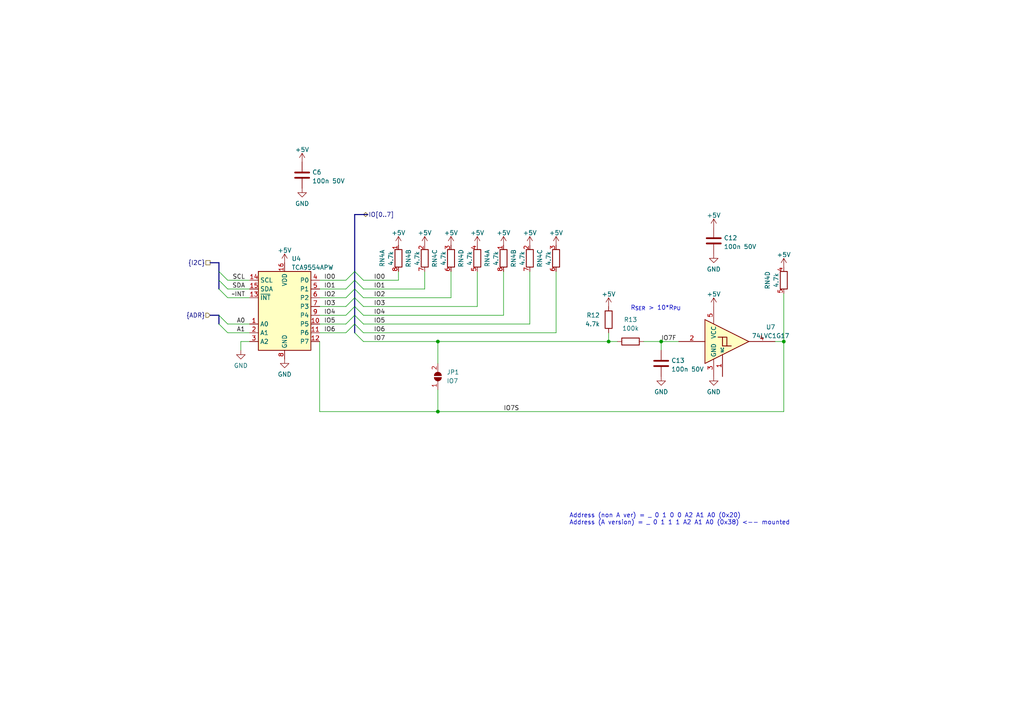
<source format=kicad_sch>
(kicad_sch (version 20231120) (generator "eeschema") (generator_version "8.0")
  (paper "A4")
  (lib_symbols
    (symbol "74xGxx:74LVC1G17"
      (property "Reference" "U" (at 2.54 7.62 0))
      (property "Value" "74LVC1G17" (at 5.08 -7.62 0))
      (symbol "74LVC1G17_0_1"
        (polyline (pts (xy -2.54 1.27) (xy -1.27 1.27) (xy -1.27 -1.27)) (stroke (width 0.254)) (fill (type background)))
        (polyline (pts (xy -7.62 6.35) (xy -7.62 -6.35) (xy 5.08 0) (xy -7.62 6.35)) (stroke (width 0.254)) (fill (type background)))
        (polyline (pts (xy -3.81 1.27) (xy -2.54 1.27) (xy -2.54 -1.27) (xy 0 -1.27)) (stroke (width 0.254)) (fill (type background)))
      )
      (symbol "74LVC1G17_1_1"
        (pin free line (at -2.54 -10.16 90) (length 6.35) (name "NC") (number "1"))
        (pin input line (at -15.24 0 0) (length 7.62) (name "~") (number "2"))
        (pin power_in line (at -5.08 -10.16 90) (length 5.08) (name "GND") (number "3"))
        (pin output line (at 12.7 0 180) (length 7.62) (name "~") (number "4"))
        (pin power_in line (at -5.08 10.16 270) (length 5.08) (name "VCC") (number "5"))
      )
    )
    (symbol "Device:C" (pin_numbers hide) (pin_names (offset 0.254))
      (property "Reference" "C" (at 0.635 2.54 0))
      (property "Value" "C" (at 0.635 -2.54 0))
      (symbol "C_0_1"
        (polyline (pts (xy -2.032 -0.762) (xy 2.032 -0.762)) (stroke (width 0.508)))
        (polyline (pts (xy -2.032 0.762) (xy 2.032 0.762)) (stroke (width 0.508)))
      )
      (symbol "C_1_1"
        (pin passive line (at 0 3.81 270) (length 2.794) (name "~") (number "1"))
        (pin passive line (at 0 -3.81 90) (length 2.794) (name "~") (number "2"))
      )
    )
    (symbol "Device:R" (pin_numbers hide) (pin_names (offset 0))
      (property "Reference" "R" (at 2.032 0 90))
      (property "Value" "R" (at 0 0 90))
      (symbol "R_0_1"
        (rectangle (start -1.016 -2.54) (end 1.016 2.54) (stroke (width 0.254)))
      )
      (symbol "R_1_1"
        (pin passive line (at 0 3.81 270) (length 1.27) (name "~") (number "1"))
        (pin passive line (at 0 -3.81 90) (length 1.27) (name "~") (number "2"))
      )
    )
    (symbol "Device:R_Pack04_Split" (pin_names (offset 0) hide)
      (property "Reference" "RN" (at 2.032 0 90))
      (property "Value" "R_Pack04_Split" (at 0 0 90))
      (symbol "R_Pack04_Split_0_1"
        (rectangle (start 1.016 2.54) (end -1.016 -2.54) (stroke (width 0.254)))
      )
      (symbol "R_Pack04_Split_1_1"
        (pin passive line (at 0 -3.81 90) (length 1.27) (name "R1.1") (number "1"))
        (pin passive line (at 0 3.81 270) (length 1.27) (name "R1.2") (number "8"))
      )
      (symbol "R_Pack04_Split_2_1"
        (pin passive line (at 0 -3.81 90) (length 1.27) (name "R2.1") (number "2"))
        (pin passive line (at 0 3.81 270) (length 1.27) (name "R2.2") (number "7"))
      )
      (symbol "R_Pack04_Split_3_1"
        (pin passive line (at 0 -3.81 90) (length 1.27) (name "R3.1") (number "3"))
        (pin passive line (at 0 3.81 270) (length 1.27) (name "R3.2") (number "6"))
      )
      (symbol "R_Pack04_Split_4_1"
        (pin passive line (at 0 -3.81 90) (length 1.27) (name "R4.1") (number "4"))
        (pin passive line (at 0 3.81 270) (length 1.27) (name "R4.2") (number "5"))
      )
    )
    (symbol "Interface_Expansion:TCA9554PW"
      (property "Reference" "U" (at -7.62 11.43 0))
      (property "Value" "TCA9554PW" (at 2.54 11.43 0))
      (symbol "TCA9554PW_0_1"
        (rectangle (start -7.62 -12.7) (end 7.62 10.16) (stroke (width 0.254)) (fill (type background)))
      )
      (symbol "TCA9554PW_1_1"
        (pin input line (at -10.16 -5.08 0) (length 2.54) (name "A0") (number "1"))
        (pin bidirectional line (at 10.16 -5.08 180) (length 2.54) (name "P5") (number "10"))
        (pin bidirectional line (at 10.16 -7.62 180) (length 2.54) (name "P6") (number "11"))
        (pin bidirectional line (at 10.16 -10.16 180) (length 2.54) (name "P7") (number "12"))
        (pin open_collector line (at -10.16 2.54 0) (length 2.54) (name "~{INT}") (number "13"))
        (pin input line (at -10.16 7.62 0) (length 2.54) (name "SCL") (number "14"))
        (pin bidirectional line (at -10.16 5.08 0) (length 2.54) (name "SDA") (number "15"))
        (pin power_in line (at 0 12.7 270) (length 2.54) (name "VDD") (number "16"))
        (pin input line (at -10.16 -7.62 0) (length 2.54) (name "A1") (number "2"))
        (pin input line (at -10.16 -10.16 0) (length 2.54) (name "A2") (number "3"))
        (pin bidirectional line (at 10.16 7.62 180) (length 2.54) (name "P0") (number "4"))
        (pin bidirectional line (at 10.16 5.08 180) (length 2.54) (name "P1") (number "5"))
        (pin bidirectional line (at 10.16 2.54 180) (length 2.54) (name "P2") (number "6"))
        (pin bidirectional line (at 10.16 0 180) (length 2.54) (name "P3") (number "7"))
        (pin power_in line (at 0 -15.24 90) (length 2.54) (name "GND") (number "8"))
        (pin bidirectional line (at 10.16 -2.54 180) (length 2.54) (name "P4") (number "9"))
      )
    )
    (symbol "Jumper:SolderJumper_2_Open" (pin_names (offset 0) hide)
      (property "Reference" "JP" (at 0 2.032 0))
      (property "Value" "SolderJumper_2_Open" (at 0 -2.54 0))
      (symbol "SolderJumper_2_Open_0_1"
        (arc (start -0.254 1.016) (mid -1.2656 0) (end -0.254 -1.016))
        (arc (start -0.254 1.016) (mid -1.2656 0) (end -0.254 -1.016) (fill (type outline)))
        (polyline (pts (xy -0.254 1.016) (xy -0.254 -1.016)))
        (polyline (pts (xy 0.254 1.016) (xy 0.254 -1.016)))
        (arc (start 0.254 -1.016) (mid 1.2656 0) (end 0.254 1.016))
        (arc (start 0.254 -1.016) (mid 1.2656 0) (end 0.254 1.016) (fill (type outline)))
      )
      (symbol "SolderJumper_2_Open_1_1"
        (pin passive line (at -3.81 0 0) (length 2.54) (name "A") (number "1"))
        (pin passive line (at 3.81 0 180) (length 2.54) (name "B") (number "2"))
      )
    )
    (symbol "power:+5V" (power) (pin_names (offset 0))
      (property "Value" "+5V" (at 0 3.556 0))
      (symbol "+5V_0_1"
        (polyline (pts (xy -0.762 1.27) (xy 0 2.54)))
        (polyline (pts (xy 0 0) (xy 0 2.54)))
        (polyline (pts (xy 0 2.54) (xy 0.762 1.27)))
      )
      (symbol "+5V_1_1"
        (pin power_in line (at 0 0 90) (length 0) hide (name "+5V") (number "1"))
      )
    )
    (symbol "power:GND" (power) (pin_names (offset 0))
      (property "Value" "GND" (at 0 -3.81 0))
      (symbol "GND_0_1"
        (polyline (pts (xy 0 0) (xy 0 -1.27) (xy 1.27 -1.27) (xy 0 -2.54) (xy -1.27 -1.27) (xy 0 -1.27)))
      )
      (symbol "GND_1_1"
        (pin power_in line (at 0 0 270) (length 0) hide (name "GND") (number "1"))
      )
    )
  )
  (junction (at 127 99.06))
  (junction (at 227.33 99.06))
  (junction (at 127 119.38))
  (junction (at 176.53 99.06))
  (junction (at 191.77 99.06))
  (bus_entry (at 100.33 83.82) (size 2.54 -2.54))
  (bus_entry (at 100.33 86.36) (size 2.54 -2.54))
  (bus_entry (at 100.33 88.9) (size 2.54 -2.54))
  (bus_entry (at 100.33 91.44) (size 2.54 -2.54))
  (bus_entry (at 100.33 93.98) (size 2.54 -2.54))
  (bus_entry (at 100.33 96.52) (size 2.54 -2.54))
  (bus_entry (at 100.33 81.28) (size 2.54 -2.54))
  (bus_entry (at 63.5 93.98) (size 2.54 2.54))
  (bus_entry (at 63.5 91.44) (size 2.54 2.54))
  (bus_entry (at 105.41 96.52) (size -2.54 -2.54))
  (bus_entry (at 105.41 91.44) (size -2.54 -2.54))
  (bus_entry (at 63.5 83.82) (size 2.54 2.54))
  (bus_entry (at 63.5 78.74) (size 2.54 2.54))
  (bus_entry (at 63.5 81.28) (size 2.54 2.54))
  (bus_entry (at 105.41 86.36) (size -2.54 -2.54))
  (bus_entry (at 105.41 81.28) (size -2.54 -2.54))
  (bus_entry (at 105.41 99.06) (size -2.54 -2.54))
  (bus_entry (at 105.41 88.9) (size -2.54 -2.54))
  (bus_entry (at 105.41 93.98) (size -2.54 -2.54))
  (bus_entry (at 105.41 83.82) (size -2.54 -2.54))
  (wire (pts (xy 92.71 93.98) (xy 100.33 93.98)))
  (wire (pts (xy 224.79 99.06) (xy 227.33 99.06)))
  (wire (pts (xy 186.69 99.06) (xy 191.77 99.06)))
  (bus (pts (xy 63.5 93.98) (xy 63.5 91.44)))
  (bus (pts (xy 102.87 83.82) (xy 102.87 81.28)))
  (wire (pts (xy 66.04 96.52) (xy 72.39 96.52)))
  (wire (pts (xy 127 119.38) (xy 92.71 119.38)))
  (wire (pts (xy 66.04 86.36) (xy 72.39 86.36)))
  (bus (pts (xy 102.87 88.9) (xy 102.87 86.36)))
  (wire (pts (xy 176.53 99.06) (xy 179.07 99.06)))
  (wire (pts (xy 92.71 86.36) (xy 100.33 86.36)))
  (wire (pts (xy 105.41 83.82) (xy 123.19 83.82)))
  (bus (pts (xy 102.87 81.28) (xy 102.87 78.74)))
  (wire (pts (xy 66.04 83.82) (xy 72.39 83.82)))
  (bus (pts (xy 102.87 93.98) (xy 102.87 91.44)))
  (wire (pts (xy 127 99.06) (xy 127 105.41)))
  (wire (pts (xy 105.41 96.52) (xy 161.29 96.52)))
  (wire (pts (xy 66.04 93.98) (xy 72.39 93.98)))
  (wire (pts (xy 123.19 83.82) (xy 123.19 78.74)))
  (wire (pts (xy 176.53 96.52) (xy 176.53 99.06)))
  (bus (pts (xy 102.87 62.23) (xy 106.68 62.23)))
  (wire (pts (xy 105.41 88.9) (xy 138.43 88.9)))
  (wire (pts (xy 127 113.03) (xy 127 119.38)))
  (wire (pts (xy 105.41 91.44) (xy 146.05 91.44)))
  (wire (pts (xy 191.77 99.06) (xy 191.77 101.6)))
  (wire (pts (xy 191.77 99.06) (xy 196.85 99.06)))
  (wire (pts (xy 66.04 81.28) (xy 72.39 81.28)))
  (bus (pts (xy 63.5 76.2) (xy 63.5 78.74)))
  (wire (pts (xy 146.05 91.44) (xy 146.05 78.74)))
  (wire (pts (xy 69.85 101.6) (xy 69.85 99.06)))
  (wire (pts (xy 92.71 83.82) (xy 100.33 83.82)))
  (wire (pts (xy 105.41 81.28) (xy 115.57 81.28)))
  (wire (pts (xy 130.81 86.36) (xy 130.81 78.74)))
  (wire (pts (xy 138.43 88.9) (xy 138.43 78.74)))
  (bus (pts (xy 102.87 91.44) (xy 102.87 88.9)))
  (wire (pts (xy 92.71 96.52) (xy 100.33 96.52)))
  (wire (pts (xy 105.41 93.98) (xy 153.67 93.98)))
  (wire (pts (xy 115.57 78.74) (xy 115.57 81.28)))
  (wire (pts (xy 92.71 81.28) (xy 100.33 81.28)))
  (bus (pts (xy 102.87 78.74) (xy 102.87 62.23)))
  (wire (pts (xy 227.33 119.38) (xy 127 119.38)))
  (bus (pts (xy 102.87 86.36) (xy 102.87 83.82)))
  (wire (pts (xy 69.85 99.06) (xy 72.39 99.06)))
  (wire (pts (xy 127 99.06) (xy 176.53 99.06)))
  (bus (pts (xy 60.96 76.2) (xy 63.5 76.2)))
  (bus (pts (xy 102.87 96.52) (xy 102.87 93.98)))
  (wire (pts (xy 227.33 99.06) (xy 227.33 119.38)))
  (wire (pts (xy 161.29 96.52) (xy 161.29 78.74)))
  (wire (pts (xy 92.71 91.44) (xy 100.33 91.44)))
  (wire (pts (xy 105.41 99.06) (xy 127 99.06)))
  (bus (pts (xy 63.5 81.28) (xy 63.5 83.82)))
  (wire (pts (xy 92.71 88.9) (xy 100.33 88.9)))
  (bus (pts (xy 63.5 78.74) (xy 63.5 81.28)))
  (wire (pts (xy 227.33 85.09) (xy 227.33 99.06)))
  (wire (pts (xy 92.71 119.38) (xy 92.71 99.06)))
  (wire (pts (xy 153.67 93.98) (xy 153.67 78.74)))
  (wire (pts (xy 105.41 86.36) (xy 130.81 86.36)))
  (bus (pts (xy 60.96 91.44) (xy 63.5 91.44)))
  (text "R_{SER} > 10*R_{PU} " (at 182.88 90.17 0) (effects (font (size 1.27 1.27)) (justify left bottom)))
  (text "Address (non A ver) = _ 0 1 0 0 A2 A1 A0 (0x20)\nAddress (A version) = _ 0 1 1 1 A2 A1 A0 (0x38) <-- mounted" (at 165.1 152.4 0) (effects (font (size 1.27 1.27)) (justify left bottom)))
  (label "A1" (at 71.12 96.52 180))
  (label "IO3" (at 93.98 88.9 0))
  (label "IO6" (at 93.98 96.52 0))
  (label "IO3" (at 111.76 88.9 180))
  (label "IO2" (at 111.76 86.36 180))
  (label "IO2" (at 93.98 86.36 0))
  (label "IO7F" (at 191.77 99.06 0))
  (label "IO7S" (at 146.05 119.38 0))
  (label "IO6" (at 111.76 96.52 180))
  (label "IO0" (at 111.76 81.28 180))
  (label "IO1" (at 111.76 83.82 180))
  (label "IO7" (at 111.76 99.06 180))
  (label "A0" (at 71.12 93.98 180))
  (label "IO4" (at 93.98 91.44 0))
  (label "IO1" (at 93.98 83.82 0))
  (label "SDA" (at 71.12 83.82 180))
  (label "IO4" (at 111.76 91.44 180))
  (label "SCL" (at 71.12 81.28 180))
  (label "IO0" (at 93.98 81.28 0))
  (label "IO5" (at 93.98 93.98 0))
  (label "~INT" (at 71.12 86.36 180))
  (label "IO5" (at 111.76 93.98 180))
  (hierarchical_label "{ADR}" (shape input) (at 60.96 91.44 180))
  (hierarchical_label "{I2C}" (shape passive) (at 60.96 76.2 180))
  (hierarchical_label "IO[0..7]" (shape bidirectional) (at 105.41 62.23 0))
  (symbol (lib_id "Jumper:SolderJumper_2_Open") (at 127 109.22 90) (unit 1)
    (property "Reference" "JP1" (at 129.54 107.95 90) (effects (justify right)))
    (property "Value" "IO7" (at 129.54 110.49 90) (effects (justify right)))
    (property "Footprint" "Jumper:SolderJumper-2_P1.3mm_Open_RoundedPad1.0x1.5mm" (effects (hide yes)))
    (instances (project "corridor_distribution" (path "" (reference "JP1") (unit 1))) (project "control_panel" (path "" (reference "JP4") (unit 1)) (path "" (reference "JP8") (unit 1))))
  )
  (symbol (lib_id "power:GND") (at 69.85 101.6 0) (unit 1)
    (property "Reference" "#PWR0142" (effects (hide yes)))
    (property "Value" "GND" (at 69.85 106.0434 0))
  )
  (symbol (lib_id "power:+5V") (at 82.55 76.2 0) (unit 1)
    (property "Reference" "#PWR0144" (effects (hide yes)))
    (property "Value" "+5V" (at 82.55 72.6242 0))
  )
  (symbol (lib_id "power:+5V") (at 115.57 71.12 0) (unit 1)
    (property "Reference" "#PWR033" (effects (hide yes)))
    (property "Value" "+5V" (at 115.57 67.5442 0))
  )
  (symbol (lib_id "Device:R") (at 176.53 92.71 0) (mirror x) (unit 1)
    (property "Reference" "R12" (at 173.99 91.44 0) (effects (justify right)))
    (property "Value" "4.7k" (at 173.99 93.98 0) (effects (justify right)))
    (property "Footprint" "Resistor_SMD:R_0603_1608Metric" (effects (hide yes)))
    (property "Total quantity" "5" (effects (hide yes)))
  )
  (symbol (lib_id "power:+5V") (at 138.43 71.12 0) (unit 1)
    (property "Reference" "#PWR036" (effects (hide yes)))
    (property "Value" "+5V" (at 138.43 67.5442 0))
  )
  (symbol (lib_id "74xGxx:74LVC1G17") (at 212.09 99.06 0) (unit 1)
    (property "Reference" "U7" (at 223.52 94.8691 0))
    (property "Value" "74LVC1G17" (at 223.52 97.4091 0))
    (property "Footprint" "Package_TO_SOT_SMD:SOT-353_SC-70-5" (effects (hide yes)))
    (property "Datasheet" "https://www.ti.com/lit/ds/symlink/sn74lvc1g17.pdf" (effects (hide yes)))
  )
  (symbol (lib_id "Device:R_Pack04_Split") (at 115.57 74.93 180) (unit 1)
    (property "Reference" "RN4" (at 110.8542 74.93 90))
    (property "Value" "4.7k" (at 113.3911 74.93 90))
    (property "Footprint" "Resistor_SMD:R_Array_Convex_4x0603" (effects (hide yes)))
    (property "LCSC Part #" "C700514" (effects (hide yes)))
    (property "Total quantity" "10" (effects (hide yes)))
    (instances (project "myWindow" (path "" (reference "RN4") (unit 1))) (project "corridor_distribution" (path "" (reference "RN7") (unit 1))))
  )
  (symbol (lib_id "Device:R_Pack04_Split") (at 227.33 81.28 180) (unit 4)
    (property "Reference" "RN4" (at 222.6142 81.28 90))
    (property "Value" "4.7k" (at 225.1511 81.28 90))
    (property "Footprint" "Resistor_SMD:R_Array_Convex_4x0603" (effects (hide yes)))
    (property "LCSC Part #" "C700514" (effects (hide yes)))
    (property "Total quantity" "10" (effects (hide yes)))
    (instances (project "myWindow" (path "" (reference "RN4") (unit 4))) (project "corridor_distribution" (path "" (reference "RN8") (unit 4))))
  )
  (symbol (lib_id "power:+5V") (at 130.81 71.12 0) (unit 1)
    (property "Reference" "#PWR035" (effects (hide yes)))
    (property "Value" "+5V" (at 130.81 67.5442 0))
  )
  (symbol (lib_id "power:+5V") (at 153.67 71.12 0) (unit 1)
    (property "Reference" "#PWR042" (effects (hide yes)))
    (property "Value" "+5V" (at 153.67 67.5442 0))
  )
  (symbol (lib_id "Interface_Expansion:TCA9554PW") (at 82.55 88.9 0) (unit 1)
    (property "Reference" "U4" (at 84.5694 75.0402 0) (effects (justify left)))
    (property "Value" "TCA9554APW" (at 84.5694 77.5771 0) (effects (justify left)))
    (property "Footprint" "Package_SO:TSSOP-16_4.4x5mm_P0.65mm" (effects (hide yes)))
    (property "Datasheet" "http://www.ti.com/lit/ds/symlink/tca9554.pdf" (effects (hide yes)))
    (property "LCSC Part #" "C2863976" (effects (hide yes)))
    (property "Total quantity" "5" (effects (hide yes)))
  )
  (symbol (lib_id "Device:R_Pack04_Split") (at 153.67 74.93 180) (unit 2)
    (property "Reference" "RN4" (at 148.9542 74.93 90))
    (property "Value" "4.7k" (at 151.4911 74.93 90))
    (property "Footprint" "Resistor_SMD:R_Array_Convex_4x0603" (effects (hide yes)))
    (property "LCSC Part #" "C700514" (effects (hide yes)))
    (property "Total quantity" "10" (effects (hide yes)))
    (instances (project "myWindow" (path "" (reference "RN4") (unit 2))) (project "corridor_distribution" (path "" (reference "RN8") (unit 2))))
  )
  (symbol (lib_id "Device:R") (at 182.88 99.06 90) (unit 1)
    (property "Reference" "R13" (at 182.88 92.71 90))
    (property "Value" "100k" (at 182.88 95.25 90))
    (property "Footprint" "Resistor_SMD:R_0603_1608Metric" (effects (hide yes)))
    (property "Total quantity" "5" (effects (hide yes)))
  )
  (symbol (lib_id "power:GND") (at 207.01 109.22 0) (unit 1)
    (property "Reference" "#PWR07" (effects (hide yes)))
    (property "Value" "GND" (at 207.01 113.6634 0))
  )
  (symbol (lib_id "power:+5V") (at 207.01 66.04 0) (unit 1)
    (property "Reference" "#PWR05" (effects (hide yes)))
    (property "Value" "+5V" (at 207.01 62.4642 0))
  )
  (symbol (lib_id "Device:R_Pack04_Split") (at 146.05 74.93 180) (unit 1)
    (property "Reference" "RN4" (at 141.3342 74.93 90))
    (property "Value" "4.7k" (at 143.8711 74.93 90))
    (property "Footprint" "Resistor_SMD:R_Array_Convex_4x0603" (effects (hide yes)))
    (property "LCSC Part #" "C700514" (effects (hide yes)))
    (property "Total quantity" "10" (effects (hide yes)))
    (instances (project "myWindow" (path "" (reference "RN4") (unit 1))) (project "corridor_distribution" (path "" (reference "RN8") (unit 1))))
  )
  (symbol (lib_id "power:+5V") (at 207.01 88.9 0) (unit 1)
    (property "Reference" "#PWR065" (effects (hide yes)))
    (property "Value" "+5V" (at 207.01 85.3242 0))
  )
  (symbol (lib_id "power:GND") (at 207.01 73.66 0) (unit 1)
    (property "Reference" "#PWR06" (effects (hide yes)))
    (property "Value" "GND" (at 207.01 78.1034 0))
  )
  (symbol (lib_id "power:+5V") (at 123.19 71.12 0) (unit 1)
    (property "Reference" "#PWR034" (effects (hide yes)))
    (property "Value" "+5V" (at 123.19 67.5442 0))
  )
  (symbol (lib_id "power:+5V") (at 227.33 77.47 0) (unit 1)
    (property "Reference" "#PWR067" (effects (hide yes)))
    (property "Value" "+5V" (at 227.33 73.8942 0))
  )
  (symbol (lib_id "power:GND") (at 87.63 54.61 0) (unit 1)
    (property "Reference" "#PWR0145" (effects (hide yes)))
    (property "Value" "GND" (at 87.63 59.0534 0))
  )
  (symbol (lib_id "power:GND") (at 191.77 109.22 0) (unit 1)
    (property "Reference" "#PWR062" (effects (hide yes)))
    (property "Value" "GND" (at 191.77 113.6634 0))
  )
  (symbol (lib_id "Device:C") (at 191.77 105.41 0) (unit 1)
    (property "Reference" "C13" (at 194.691 104.5753 0) (effects (justify left)))
    (property "Value" "100n 50V" (at 194.691 107.1122 0) (effects (justify left)))
    (property "Footprint" "Capacitor_SMD:C_0603_1608Metric" (effects (hide yes)))
    (property "LCSC Part #" "C14663" (effects (hide yes)))
    (property "Total quantity" "30" (effects (hide yes)))
  )
  (symbol (lib_id "power:+5V") (at 161.29 71.12 0) (unit 1)
    (property "Reference" "#PWR061" (effects (hide yes)))
    (property "Value" "+5V" (at 161.29 67.5442 0))
  )
  (symbol (lib_id "Device:R_Pack04_Split") (at 138.43 74.93 180) (unit 4)
    (property "Reference" "RN4" (at 133.7142 74.93 90))
    (property "Value" "4.7k" (at 136.2511 74.93 90))
    (property "Footprint" "Resistor_SMD:R_Array_Convex_4x0603" (effects (hide yes)))
    (property "LCSC Part #" "C700514" (effects (hide yes)))
    (property "Total quantity" "10" (effects (hide yes)))
    (instances (project "myWindow" (path "" (reference "RN4") (unit 4))) (project "corridor_distribution" (path "" (reference "RN7") (unit 4))))
  )
  (symbol (lib_id "power:+5V") (at 87.63 46.99 0) (unit 1)
    (property "Reference" "#PWR0146" (effects (hide yes)))
    (property "Value" "+5V" (at 87.63 43.4142 0))
  )
  (symbol (lib_id "power:+5V") (at 146.05 71.12 0) (unit 1)
    (property "Reference" "#PWR041" (effects (hide yes)))
    (property "Value" "+5V" (at 146.05 67.5442 0))
  )
  (symbol (lib_id "Device:R_Pack04_Split") (at 123.19 74.93 180) (unit 2)
    (property "Reference" "RN4" (at 118.4742 74.93 90))
    (property "Value" "4.7k" (at 121.0111 74.93 90))
    (property "Footprint" "Resistor_SMD:R_Array_Convex_4x0603" (effects (hide yes)))
    (property "LCSC Part #" "C700514" (effects (hide yes)))
    (property "Total quantity" "10" (effects (hide yes)))
    (instances (project "myWindow" (path "" (reference "RN4") (unit 2))) (project "corridor_distribution" (path "" (reference "RN7") (unit 2))))
  )
  (symbol (lib_id "Device:R_Pack04_Split") (at 161.29 74.93 180) (unit 3)
    (property "Reference" "RN4" (at 156.5742 74.93 90))
    (property "Value" "4.7k" (at 159.1111 74.93 90))
    (property "Footprint" "Resistor_SMD:R_Array_Convex_4x0603" (effects (hide yes)))
    (property "LCSC Part #" "C700514" (effects (hide yes)))
    (property "Total quantity" "10" (effects (hide yes)))
    (instances (project "myWindow" (path "" (reference "RN4") (unit 3))) (project "corridor_distribution" (path "" (reference "RN8") (unit 3))))
  )
  (symbol (lib_id "Device:C") (at 87.63 50.8 0) (unit 1)
    (property "Reference" "C6" (at 90.551 49.9653 0) (effects (justify left)))
    (property "Value" "100n 50V" (at 90.551 52.5022 0) (effects (justify left)))
    (property "Footprint" "Capacitor_SMD:C_0603_1608Metric" (effects (hide yes)))
    (property "LCSC Part #" "C14663" (effects (hide yes)))
    (property "Total quantity" "30" (effects (hide yes)))
  )
  (symbol (lib_id "power:GND") (at 82.55 104.14 0) (unit 1)
    (property "Reference" "#PWR0143" (effects (hide yes)))
    (property "Value" "GND" (at 82.55 108.5834 0))
  )
  (symbol (lib_id "Device:C") (at 207.01 69.85 0) (unit 1)
    (property "Reference" "C12" (at 209.931 69.0153 0) (effects (justify left)))
    (property "Value" "100n 50V" (at 209.931 71.5522 0) (effects (justify left)))
    (property "Footprint" "Capacitor_SMD:C_0603_1608Metric" (effects (hide yes)))
    (property "LCSC Part #" "C14663" (effects (hide yes)))
    (property "Total quantity" "30" (effects (hide yes)))
  )
  (symbol (lib_id "power:+5V") (at 176.53 88.9 0) (mirror y) (unit 1)
    (property "Reference" "#PWR066" (effects (hide yes)))
    (property "Value" "+5V" (at 176.53 85.3242 0))
  )
  (symbol (lib_id "Device:R_Pack04_Split") (at 130.81 74.93 180) (unit 3)
    (property "Reference" "RN4" (at 126.0942 74.93 90))
    (property "Value" "4.7k" (at 128.6311 74.93 90))
    (property "Footprint" "Resistor_SMD:R_Array_Convex_4x0603" (effects (hide yes)))
    (property "LCSC Part #" "C700514" (effects (hide yes)))
    (property "Total quantity" "10" (effects (hide yes)))
    (instances (project "myWindow" (path "" (reference "RN4") (unit 3))) (project "corridor_distribution" (path "" (reference "RN7") (unit 3))))
  )
)
</source>
